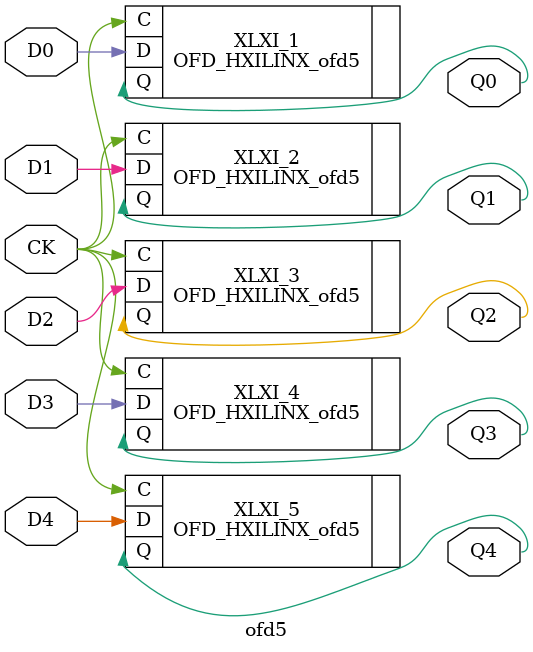
<source format=v>
module ofd5(CK, 
            D0, 
            D1, 
            D2, 
            D3, 
            D4, 
            Q0, 
            Q1, 
            Q2, 
            Q3, 
            Q4);

    input CK;
    input D0;
    input D1;
    input D2;
    input D3;
    input D4;
   output Q0;
   output Q1;
   output Q2;
   output Q3;
   output Q4;
   
   
   (* HU_SET = "XLXI_1_0" *) 
   OFD_HXILINX_ofd5 #( .INIT(1'b0) ) XLXI_1 (.C(CK), 
                            .D(D0), 
                            .Q(Q0));
   (* HU_SET = "XLXI_2_1" *) 
   OFD_HXILINX_ofd5 #( .INIT(1'b0) ) XLXI_2 (.C(CK), 
                            .D(D1), 
                            .Q(Q1));
   (* HU_SET = "XLXI_3_2" *) 
   OFD_HXILINX_ofd5 #( .INIT(1'b0) ) XLXI_3 (.C(CK), 
                            .D(D2), 
                            .Q(Q2));
   (* HU_SET = "XLXI_4_3" *) 
   OFD_HXILINX_ofd5 #( .INIT(1'b0) ) XLXI_4 (.C(CK), 
                            .D(D3), 
                            .Q(Q3));
   (* HU_SET = "XLXI_5_4" *) 
   OFD_HXILINX_ofd5 #( .INIT(1'b0) ) XLXI_5 (.C(CK), 
                            .D(D4), 
                            .Q(Q4));
endmodule

</source>
